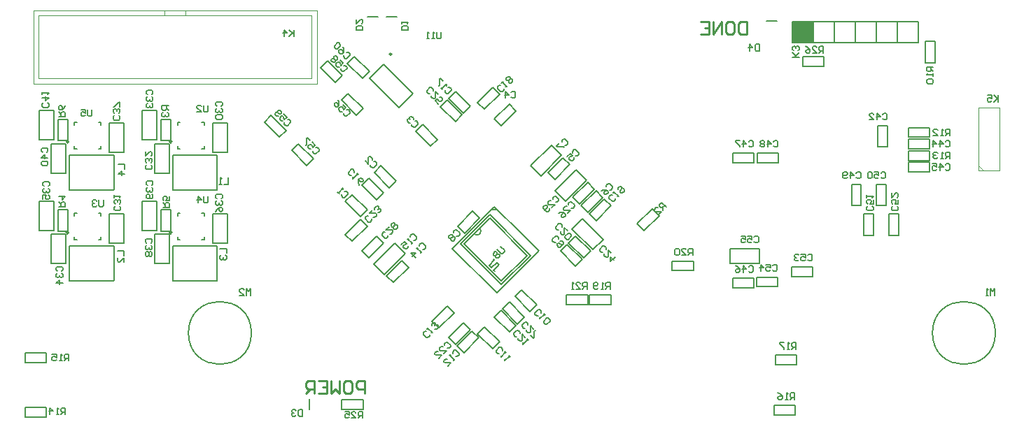
<source format=gbo>
%FSLAX44Y44*%
%MOMM*%
G71*
G01*
G75*
G04 Layer_Color=32896*
%ADD10O,1.0000X0.3000*%
%ADD11O,0.3000X1.9000*%
%ADD12P,1.0776X4X180.0*%
%ADD13P,1.0776X4X90.0*%
G04:AMPARAMS|DCode=14|XSize=0.35mm|YSize=1.8mm|CornerRadius=0mm|HoleSize=0mm|Usage=FLASHONLY|Rotation=225.000|XOffset=0mm|YOffset=0mm|HoleType=Round|Shape=Round|*
%AMOVALD14*
21,1,1.4500,0.3500,0.0000,0.0000,315.0*
1,1,0.3500,-0.5127,0.5127*
1,1,0.3500,0.5127,-0.5127*
%
%ADD14OVALD14*%

G04:AMPARAMS|DCode=15|XSize=0.3mm|YSize=1.8mm|CornerRadius=0mm|HoleSize=0mm|Usage=FLASHONLY|Rotation=45.000|XOffset=0mm|YOffset=0mm|HoleType=Round|Shape=Round|*
%AMOVALD15*
21,1,1.5000,0.3000,0.0000,0.0000,135.0*
1,1,0.3000,0.5303,-0.5303*
1,1,0.3000,-0.5303,0.5303*
%
%ADD15OVALD15*%

G04:AMPARAMS|DCode=16|XSize=0.3mm|YSize=1.8mm|CornerRadius=0mm|HoleSize=0mm|Usage=FLASHONLY|Rotation=135.000|XOffset=0mm|YOffset=0mm|HoleType=Round|Shape=Round|*
%AMOVALD16*
21,1,1.5000,0.3000,0.0000,0.0000,225.0*
1,1,0.3000,0.5303,0.5303*
1,1,0.3000,-0.5303,-0.5303*
%
%ADD16OVALD16*%

%ADD17R,0.7620X0.7620*%
%ADD18O,1.7000X0.3500*%
%ADD19C,0.2000*%
%ADD20C,0.3000*%
%ADD21R,2.0555X2.7112*%
%ADD22R,2.1110X2.7620*%
%ADD23R,2.4665X2.5737*%
%ADD24R,2.1650X2.4540*%
%ADD25C,1.7780*%
%ADD26R,1.7780X1.7780*%
%ADD27C,6.3500*%
%ADD28C,1.5240*%
%ADD29R,1.5240X1.5240*%
%ADD30R,1.7780X1.7780*%
%ADD31C,0.5000*%
%ADD32C,0.6600*%
%ADD33C,1.0160*%
%ADD34C,2.0320*%
G04:AMPARAMS|DCode=35|XSize=2.54mm|YSize=2.54mm|CornerRadius=0mm|HoleSize=0mm|Usage=FLASHONLY|Rotation=0.000|XOffset=0mm|YOffset=0mm|HoleType=Round|Shape=Relief|Width=0.254mm|Gap=0.254mm|Entries=4|*
%AMTHD35*
7,0,0,2.5400,2.0320,0.2540,45*
%
%ADD35THD35*%
%ADD36C,4.1160*%
%ADD37C,1.3160*%
G04:AMPARAMS|DCode=38|XSize=1.824mm|YSize=1.824mm|CornerRadius=0mm|HoleSize=0mm|Usage=FLASHONLY|Rotation=0.000|XOffset=0mm|YOffset=0mm|HoleType=Round|Shape=Relief|Width=0.254mm|Gap=0.254mm|Entries=4|*
%AMTHD38*
7,0,0,1.8240,1.3160,0.2540,45*
%
%ADD38THD38*%
G04:AMPARAMS|DCode=39|XSize=1.854mm|YSize=1.854mm|CornerRadius=0mm|HoleSize=0mm|Usage=FLASHONLY|Rotation=0.000|XOffset=0mm|YOffset=0mm|HoleType=Round|Shape=Relief|Width=0.254mm|Gap=0.254mm|Entries=4|*
%AMTHD39*
7,0,0,1.8540,1.3460,0.2540,45*
%
%ADD39THD39*%
%ADD40C,1.3460*%
%ADD41R,1.3000X1.5000*%
%ADD42R,0.7620X0.7620*%
%ADD43R,1.0160X1.2700*%
%ADD44R,1.6000X1.6000*%
%ADD45O,0.3000X0.8000*%
%ADD46O,0.8000X0.3000*%
%ADD47R,1.2700X1.0160*%
G04:AMPARAMS|DCode=48|XSize=1.016mm|YSize=1.27mm|CornerRadius=0mm|HoleSize=0mm|Usage=FLASHONLY|Rotation=45.000|XOffset=0mm|YOffset=0mm|HoleType=Round|Shape=Rectangle|*
%AMROTATEDRECTD48*
4,1,4,0.0898,-0.8082,-0.8082,0.0898,-0.0898,0.8082,0.8082,-0.0898,0.0898,-0.8082,0.0*
%
%ADD48ROTATEDRECTD48*%

G04:AMPARAMS|DCode=49|XSize=1.016mm|YSize=1.27mm|CornerRadius=0mm|HoleSize=0mm|Usage=FLASHONLY|Rotation=135.000|XOffset=0mm|YOffset=0mm|HoleType=Round|Shape=Rectangle|*
%AMROTATEDRECTD49*
4,1,4,0.8082,0.0898,-0.0898,-0.8082,-0.8082,-0.0898,0.0898,0.8082,0.8082,0.0898,0.0*
%
%ADD49ROTATEDRECTD49*%

%ADD50R,1.6500X2.3000*%
G04:AMPARAMS|DCode=51|XSize=1.3mm|YSize=2mm|CornerRadius=0mm|HoleSize=0mm|Usage=FLASHONLY|Rotation=315.000|XOffset=0mm|YOffset=0mm|HoleType=Round|Shape=Round|*
%AMOVALD51*
21,1,0.7000,1.3000,0.0000,0.0000,45.0*
1,1,1.3000,-0.2475,-0.2475*
1,1,1.3000,0.2475,0.2475*
%
%ADD51OVALD51*%

G04:AMPARAMS|DCode=52|XSize=1.3mm|YSize=2mm|CornerRadius=0mm|HoleSize=0mm|Usage=FLASHONLY|Rotation=315.000|XOffset=0mm|YOffset=0mm|HoleType=Round|Shape=Rectangle|*
%AMROTATEDRECTD52*
4,1,4,-1.1667,-0.2475,0.2475,1.1667,1.1667,0.2475,-0.2475,-1.1667,-1.1667,-0.2475,0.0*
%
%ADD52ROTATEDRECTD52*%

%ADD53R,1.5000X1.3000*%
G04:AMPARAMS|DCode=54|XSize=0.7mm|YSize=2.1mm|CornerRadius=0mm|HoleSize=0mm|Usage=FLASHONLY|Rotation=135.000|XOffset=0mm|YOffset=0mm|HoleType=Round|Shape=Round|*
%AMOVALD54*
21,1,1.4000,0.7000,0.0000,0.0000,225.0*
1,1,0.7000,0.4950,0.4950*
1,1,0.7000,-0.4950,-0.4950*
%
%ADD54OVALD54*%

%ADD55C,0.4000*%
%ADD56C,2.0000*%
%ADD57C,0.2500*%
%ADD58C,0.6000*%
%ADD59C,0.1270*%
%ADD60C,0.2540*%
%ADD61C,0.1500*%
%ADD62C,0.5000*%
%ADD63O,1.2032X0.5032*%
%ADD64O,0.5032X2.1032*%
%ADD65P,1.3650X4X180.0*%
%ADD66P,1.3650X4X90.0*%
G04:AMPARAMS|DCode=67|XSize=0.5532mm|YSize=2.0032mm|CornerRadius=0mm|HoleSize=0mm|Usage=FLASHONLY|Rotation=225.000|XOffset=0mm|YOffset=0mm|HoleType=Round|Shape=Round|*
%AMOVALD67*
21,1,1.4500,0.5532,0.0000,0.0000,315.0*
1,1,0.5532,-0.5127,0.5127*
1,1,0.5532,0.5127,-0.5127*
%
%ADD67OVALD67*%

G04:AMPARAMS|DCode=68|XSize=0.5032mm|YSize=2.0032mm|CornerRadius=0mm|HoleSize=0mm|Usage=FLASHONLY|Rotation=45.000|XOffset=0mm|YOffset=0mm|HoleType=Round|Shape=Round|*
%AMOVALD68*
21,1,1.5000,0.5032,0.0000,0.0000,135.0*
1,1,0.5032,0.5303,-0.5303*
1,1,0.5032,-0.5303,0.5303*
%
%ADD68OVALD68*%

G04:AMPARAMS|DCode=69|XSize=0.5032mm|YSize=2.0032mm|CornerRadius=0mm|HoleSize=0mm|Usage=FLASHONLY|Rotation=135.000|XOffset=0mm|YOffset=0mm|HoleType=Round|Shape=Round|*
%AMOVALD69*
21,1,1.5000,0.5032,0.0000,0.0000,225.0*
1,1,0.5032,0.5303,0.5303*
1,1,0.5032,-0.5303,-0.5303*
%
%ADD69OVALD69*%

%ADD70R,0.9652X0.9652*%
%ADD71O,1.9032X0.5532*%
%ADD72C,1.9812*%
%ADD73R,1.9812X1.9812*%
%ADD74C,6.5532*%
%ADD75C,1.7272*%
%ADD76R,1.7272X1.7272*%
%ADD77R,1.9812X1.9812*%
%ADD78R,1.5032X1.7032*%
%ADD79R,0.9652X0.9652*%
%ADD80R,1.2192X1.4732*%
%ADD81R,1.8032X1.8032*%
%ADD82O,0.5032X1.0032*%
%ADD83O,1.0032X0.5032*%
%ADD84R,1.4732X1.2192*%
G04:AMPARAMS|DCode=85|XSize=1.2192mm|YSize=1.4732mm|CornerRadius=0mm|HoleSize=0mm|Usage=FLASHONLY|Rotation=45.000|XOffset=0mm|YOffset=0mm|HoleType=Round|Shape=Rectangle|*
%AMROTATEDRECTD85*
4,1,4,0.0898,-0.9519,-0.9519,0.0898,-0.0898,0.9519,0.9519,-0.0898,0.0898,-0.9519,0.0*
%
%ADD85ROTATEDRECTD85*%

G04:AMPARAMS|DCode=86|XSize=1.2192mm|YSize=1.4732mm|CornerRadius=0mm|HoleSize=0mm|Usage=FLASHONLY|Rotation=135.000|XOffset=0mm|YOffset=0mm|HoleType=Round|Shape=Rectangle|*
%AMROTATEDRECTD86*
4,1,4,0.9519,0.0898,-0.0898,-0.9519,-0.9519,-0.0898,0.0898,0.9519,0.9519,0.0898,0.0*
%
%ADD86ROTATEDRECTD86*%

%ADD87R,1.8532X2.5032*%
G04:AMPARAMS|DCode=88|XSize=1.5032mm|YSize=2.2032mm|CornerRadius=0mm|HoleSize=0mm|Usage=FLASHONLY|Rotation=315.000|XOffset=0mm|YOffset=0mm|HoleType=Round|Shape=Round|*
%AMOVALD88*
21,1,0.7000,1.5032,0.0000,0.0000,45.0*
1,1,1.5032,-0.2475,-0.2475*
1,1,1.5032,0.2475,0.2475*
%
%ADD88OVALD88*%

G04:AMPARAMS|DCode=89|XSize=1.5032mm|YSize=2.2032mm|CornerRadius=0mm|HoleSize=0mm|Usage=FLASHONLY|Rotation=315.000|XOffset=0mm|YOffset=0mm|HoleType=Round|Shape=Rectangle|*
%AMROTATEDRECTD89*
4,1,4,-1.3104,-0.2475,0.2475,1.3104,1.3104,0.2475,-0.2475,-1.3104,-1.3104,-0.2475,0.0*
%
%ADD89ROTATEDRECTD89*%

%ADD90R,1.7032X1.5032*%
G04:AMPARAMS|DCode=91|XSize=0.9032mm|YSize=2.3032mm|CornerRadius=0mm|HoleSize=0mm|Usage=FLASHONLY|Rotation=135.000|XOffset=0mm|YOffset=0mm|HoleType=Round|Shape=Round|*
%AMOVALD91*
21,1,1.4000,0.9032,0.0000,0.0000,225.0*
1,1,0.9032,0.4950,0.4950*
1,1,0.9032,-0.4950,-0.4950*
%
%ADD91OVALD91*%

%ADD92C,0.1016*%
%ADD93C,0.2032*%
%ADD94C,0.1981*%
%ADD95R,2.5303X2.5400*%
D19*
X398366Y17738D02*
Y30738D01*
X239000Y224000D02*
Y227000D01*
Y224000D02*
X242000D01*
X239000Y253000D02*
Y256000D01*
X242000D01*
X271000Y253000D02*
Y256000D01*
X268000D02*
X271000D01*
Y224000D02*
Y227000D01*
X268000Y224000D02*
X271000D01*
X239000Y334000D02*
Y337000D01*
Y334000D02*
X242000D01*
X239000Y363000D02*
Y366000D01*
X242000D01*
X271000Y363000D02*
Y366000D01*
X268000D02*
X271000D01*
Y334000D02*
Y337000D01*
X268000Y334000D02*
X271000D01*
X114000D02*
Y337000D01*
Y334000D02*
X117000D01*
X114000Y363000D02*
Y366000D01*
X117000D01*
X146000Y363000D02*
Y366000D01*
X143000D02*
X146000D01*
Y334000D02*
Y337000D01*
X143000Y334000D02*
X146000D01*
X114000Y224000D02*
Y227000D01*
Y224000D02*
X117000D01*
X114000Y253000D02*
Y256000D01*
X117000D01*
X146000Y253000D02*
Y256000D01*
X143000D02*
X146000D01*
Y224000D02*
Y227000D01*
X143000Y224000D02*
X146000D01*
X468500Y494000D02*
X481500D01*
X491000D02*
X504000D01*
X506692Y383837D02*
X523663Y400808D01*
X471337Y419192D02*
X488308Y436163D01*
X471337Y419192D02*
X506692Y383837D01*
X488308Y436163D02*
X523663Y400808D01*
X951000Y489000D02*
X964000D01*
D57*
X231750Y232500D02*
G03*
X231750Y232500I-1250J0D01*
G01*
Y342500D02*
G03*
X231750Y342500I-1250J0D01*
G01*
X106750D02*
G03*
X106750Y342500I-1250J0D01*
G01*
X106750Y232500D02*
G03*
X106750Y232500I-1250J0D01*
G01*
X497654Y448573D02*
G03*
X497654Y448573I-1250J0D01*
G01*
D59*
X328100Y110800D02*
G03*
X328100Y110800I-38100J0D01*
G01*
X1228100Y110800D02*
G03*
X1228100Y110800I-38100J0D01*
G01*
X597251Y230737D02*
G03*
X604322Y237808I3535J3535D01*
G01*
X437554Y30080D02*
X463208D01*
X437554Y18396D02*
X463208D01*
X437554D02*
Y30080D01*
X463208Y18396D02*
Y30080D01*
X452622Y445640D02*
X470762Y427500D01*
X444360Y437378D02*
X462500Y419238D01*
X444360Y437378D02*
X452622Y445640D01*
X462500Y419238D02*
X470762Y427500D01*
X1069158Y229158D02*
X1080842D01*
X1069158Y254812D02*
X1080842D01*
X1069158Y229158D02*
Y254812D01*
X1080842Y229158D02*
Y254812D01*
X1099158Y229158D02*
X1110842D01*
X1099158Y254812D02*
X1110842D01*
X1099158Y229158D02*
Y254812D01*
X1110842Y229158D02*
Y254812D01*
X995188Y445842D02*
X1020842D01*
X995188Y434158D02*
X1020842D01*
X995188D02*
Y445842D01*
X1020842Y434158D02*
Y445842D01*
X709158Y145158D02*
X734812D01*
X709158Y156842D02*
X734812D01*
Y145158D02*
Y156842D01*
X709158Y145158D02*
Y156842D01*
X837158Y186158D02*
X862812D01*
X837158Y197842D02*
X862812D01*
Y186158D02*
Y197842D01*
X837158Y186158D02*
Y197842D01*
X737188Y156842D02*
X762842D01*
X737188Y145158D02*
X762842D01*
X737188D02*
Y156842D01*
X762842Y145158D02*
Y156842D01*
X942400Y212890D02*
X942400Y195110D01*
X906840Y195110D02*
Y212890D01*
Y195110D02*
X942400Y195110D01*
X906840Y212890D02*
X942400Y212890D01*
X939158Y166658D02*
Y178342D01*
X964812Y166658D02*
Y178342D01*
X939158D02*
X964812D01*
X939158Y166658D02*
X964812D01*
X981658Y179158D02*
Y190842D01*
X1007312Y179158D02*
Y190842D01*
X981658D02*
X1007312D01*
X981658Y179158D02*
X1007312D01*
X1084158Y290842D02*
X1095842D01*
X1084158Y265188D02*
X1095842D01*
Y290842D01*
X1084158Y265188D02*
Y290842D01*
X1054158D02*
X1065842D01*
X1054158Y265188D02*
X1065842D01*
Y290842D01*
X1054158Y265188D02*
Y290842D01*
X965842Y317158D02*
Y328842D01*
X940188Y317158D02*
Y328842D01*
Y317158D02*
X965842D01*
X940188Y328842D02*
X965842D01*
X935842Y317158D02*
Y328842D01*
X910188Y317158D02*
Y328842D01*
Y317158D02*
X935842D01*
X910188Y328842D02*
X935842D01*
X910158Y165158D02*
Y176842D01*
X935812Y165158D02*
Y176842D01*
X910158D02*
X935812D01*
X910158Y165158D02*
X935812D01*
X962158Y72158D02*
X987812D01*
X962158Y83842D02*
X987812D01*
Y72158D02*
Y83842D01*
X962158Y72158D02*
Y83842D01*
X960158Y11158D02*
X985812D01*
X960158Y22842D02*
X985812D01*
Y11158D02*
Y22842D01*
X960158Y11158D02*
Y22842D01*
X1086158Y361842D02*
X1097842D01*
X1086158Y336188D02*
X1097842D01*
Y361842D01*
X1086158Y336188D02*
Y361842D01*
X736860Y255122D02*
X755000Y273262D01*
X745122Y246860D02*
X763262Y265000D01*
X736860Y255122D02*
X745122Y246860D01*
X755000Y273262D02*
X763262Y265000D01*
X630122Y138140D02*
X648262Y120000D01*
X621860Y129878D02*
X640000Y111738D01*
X621860Y129878D02*
X630122Y138140D01*
X640000Y111738D02*
X648262Y120000D01*
X555000Y116738D02*
X573140Y134878D01*
X546738Y125000D02*
X564878Y143140D01*
X573140Y134878D01*
X546738Y125000D02*
X555000Y116738D01*
X720122Y228140D02*
X738262Y210000D01*
X711860Y219878D02*
X730000Y201738D01*
X711860Y219878D02*
X720122Y228140D01*
X730000Y201738D02*
X738262Y210000D01*
X450000Y221738D02*
X468140Y239878D01*
X441738Y230000D02*
X459878Y248140D01*
X468140Y239878D01*
X441738Y230000D02*
X450000Y221738D01*
X716860Y275122D02*
X735000Y293262D01*
X725122Y266860D02*
X743262Y285000D01*
X716860Y275122D02*
X725122Y266860D01*
X735000Y293262D02*
X743262Y285000D01*
X461738Y290000D02*
X470000Y298262D01*
X479878Y271860D02*
X488140Y280122D01*
X470000Y298262D02*
X488140Y280122D01*
X461738Y290000D02*
X479878Y271860D01*
X640122Y148140D02*
X658262Y130000D01*
X631860Y139878D02*
X650000Y121738D01*
X631860Y139878D02*
X640122Y148140D01*
X650000Y121738D02*
X658262Y130000D01*
X156110Y255400D02*
X173890Y255400D01*
X156110Y219840D02*
X173890D01*
X173890Y255400D01*
X156110Y219840D02*
X156110Y255400D01*
X86110Y194600D02*
X103890Y194600D01*
X86110Y230160D02*
X103890D01*
X86110Y194600D02*
X86110Y230160D01*
X103890Y194600D02*
X103890Y230160D01*
X86110Y304600D02*
X103890Y304600D01*
X86110Y340160D02*
X103890D01*
X86110Y304600D02*
X86110Y340160D01*
X103890Y304600D02*
X103890Y340160D01*
X281110Y255400D02*
X298890Y255400D01*
X281110Y219840D02*
X298890D01*
X298890Y255400D01*
X281110Y219840D02*
X281110Y255400D01*
X211110Y304600D02*
X228890Y304600D01*
X211110Y340160D02*
X228890D01*
X211110Y304600D02*
X211110Y340160D01*
X228890Y304600D02*
X228890Y340160D01*
X196110Y344600D02*
X213890Y344600D01*
X196110Y380160D02*
X213890D01*
X196110Y344600D02*
X196110Y380160D01*
X213890Y344600D02*
X213890Y380160D01*
X501674Y219247D02*
X514247Y206674D01*
X476530Y194102D02*
X489102Y181530D01*
X514247Y206674D01*
X476530Y194102D02*
X501674Y219247D01*
X556738Y385000D02*
X574878Y366860D01*
X565000Y393262D02*
X583140Y375122D01*
X574878Y366860D02*
X583140Y375122D01*
X556738Y385000D02*
X565000Y393262D01*
X695753Y283326D02*
X708326Y270753D01*
X720898Y308470D02*
X733470Y295898D01*
X695753Y283326D02*
X720898Y308470D01*
X708326Y270753D02*
X733470Y295898D01*
X156110Y365400D02*
X173890Y365400D01*
X156110Y329840D02*
X173890D01*
X173890Y365400D01*
X156110Y329840D02*
X156110Y365400D01*
X211110Y194600D02*
X228890Y194600D01*
X211110Y230160D02*
X228890D01*
X211110Y194600D02*
X211110Y230160D01*
X228890Y194600D02*
X228890Y230160D01*
X281110Y365400D02*
X298890Y365400D01*
X281110Y329840D02*
X298890D01*
X298890Y365400D01*
X281110Y329840D02*
X281110Y365400D01*
X715753Y236674D02*
X728326Y249247D01*
X740898Y211530D02*
X753470Y224102D01*
X728326Y249247D02*
X753470Y224102D01*
X715753Y236674D02*
X740898Y211530D01*
X566738Y395000D02*
X584878Y376860D01*
X575000Y403262D02*
X593140Y385122D01*
X584878Y376860D02*
X593140Y385122D01*
X566738Y395000D02*
X575000Y403262D01*
X491738Y180000D02*
X500000Y171738D01*
X509878Y198140D02*
X518140Y189878D01*
X491738Y180000D02*
X509878Y198140D01*
X500000Y171738D02*
X518140Y189878D01*
X461738Y210000D02*
X470000Y201738D01*
X479878Y228140D02*
X488140Y219878D01*
X461738Y210000D02*
X479878Y228140D01*
X470000Y201738D02*
X488140Y219878D01*
X601860Y390122D02*
X620000Y408262D01*
X610122Y381860D02*
X628262Y400000D01*
X601860Y390122D02*
X610122Y381860D01*
X620000Y408262D02*
X628262Y400000D01*
X575000Y96738D02*
X593140Y114878D01*
X566738Y105000D02*
X584878Y123140D01*
X593140Y114878D01*
X566738Y105000D02*
X575000Y96738D01*
X196110Y234600D02*
X213890Y234600D01*
X196110Y270160D02*
X213890D01*
X196110Y234600D02*
X196110Y270160D01*
X213890Y234600D02*
X213890Y270160D01*
X71110Y234600D02*
X88890Y234600D01*
X71110Y270160D02*
X88890D01*
X71110Y234600D02*
X71110Y270160D01*
X88890Y234600D02*
X88890Y270160D01*
X640000Y388262D02*
X648262Y380000D01*
X621860Y370122D02*
X630122Y361860D01*
X648262Y380000D01*
X621860Y370122D02*
X640000Y388262D01*
X71110Y344600D02*
X88890Y344600D01*
X71110Y380160D02*
X88890D01*
X71110Y344600D02*
X71110Y380160D01*
X88890Y344600D02*
X88890Y380160D01*
X94158Y344158D02*
X105842D01*
X94158Y369812D02*
X105842D01*
X94158Y344158D02*
Y369812D01*
X105842Y344158D02*
Y369812D01*
X94158Y234158D02*
X105842D01*
X94158Y259812D02*
X105842D01*
X94158Y234158D02*
Y259812D01*
X105842Y234158D02*
Y259812D01*
X219158Y234158D02*
X230842D01*
X219158Y259812D02*
X230842D01*
X219158Y234158D02*
Y259812D01*
X230842Y234158D02*
Y259812D01*
X219158Y344158D02*
X230842D01*
X219158Y369812D02*
X230842D01*
X219158Y344158D02*
Y369812D01*
X230842Y344158D02*
Y369812D01*
X385122Y340140D02*
X403262Y322000D01*
X376860Y331878D02*
X395000Y313738D01*
X376860Y331878D02*
X385122Y340140D01*
X395000Y313738D02*
X403262Y322000D01*
X343738Y366000D02*
X361878Y347860D01*
X352000Y374262D02*
X370140Y356122D01*
X361878Y347860D02*
X370140Y356122D01*
X343738Y366000D02*
X352000Y374262D01*
X445122Y401140D02*
X463262Y383000D01*
X436860Y392878D02*
X455000Y374738D01*
X436860Y392878D02*
X445122Y401140D01*
X455000Y374738D02*
X463262Y383000D01*
X411738Y432500D02*
X429878Y414360D01*
X420000Y440762D02*
X438140Y422622D01*
X429878Y414360D02*
X438140Y422622D01*
X411738Y432500D02*
X420000Y440762D01*
X441738Y270000D02*
X450000Y278262D01*
X459878Y251860D02*
X468140Y260122D01*
X450000Y278262D02*
X468140Y260122D01*
X441738Y270000D02*
X459878Y251860D01*
X476738Y305000D02*
X485000Y313262D01*
X494878Y286860D02*
X503140Y295122D01*
X485000Y313262D02*
X503140Y295122D01*
X476738Y305000D02*
X494878Y286860D01*
X54158Y9158D02*
X79812D01*
X54158Y20842D02*
X79812D01*
Y9158D02*
Y20842D01*
X54158Y9158D02*
Y20842D01*
Y75158D02*
X79812D01*
X54158Y86842D02*
X79812D01*
Y75158D02*
Y86842D01*
X54158Y75158D02*
Y86842D01*
X576738Y95000D02*
X585000Y86738D01*
X594878Y113140D02*
X603140Y104878D01*
X576738Y95000D02*
X594878Y113140D01*
X585000Y86738D02*
X603140Y104878D01*
X620000Y91738D02*
X628262Y100000D01*
X601860Y109878D02*
X610122Y118140D01*
X601860Y109878D02*
X620000Y91738D01*
X610122Y118140D02*
X628262Y100000D01*
X665000Y136738D02*
X673262Y145000D01*
X646860Y154878D02*
X655122Y163140D01*
X646860Y154878D02*
X665000Y136738D01*
X655122Y163140D02*
X673262Y145000D01*
X625536Y260435D02*
X626243Y259728D01*
X618465Y260435D02*
X625536D01*
X618465D02*
X619879Y261849D01*
X571088Y213059D02*
X622000Y263971D01*
X655234Y230737D01*
X675740Y210230D01*
X624828Y159319D02*
X675740Y210230D01*
X571088Y213059D02*
X624828Y159319D01*
X621293Y186896D02*
X622707Y185482D01*
X621293Y186896D02*
X627657Y193260D01*
X624828Y196088D02*
X627657Y193260D01*
X618464Y189724D02*
X624828Y196088D01*
X615636Y192553D02*
X618464Y189724D01*
X615636Y192553D02*
X622000Y198917D01*
X620586Y200331D02*
X622000Y198917D01*
X616343Y254071D02*
X665841Y204574D01*
X630485Y169218D02*
X665841Y204574D01*
X580988Y218716D02*
X630485Y169218D01*
X580988Y218716D02*
X616343Y254071D01*
Y249828D02*
X661598Y204574D01*
X630485Y173461D02*
X661598Y204574D01*
X585230Y218716D02*
X630485Y173461D01*
X585230Y218716D02*
X616343Y249828D01*
X577738Y240000D02*
X586000Y231738D01*
X595878Y258140D02*
X604140Y249878D01*
X577738Y240000D02*
X595878Y258140D01*
X586000Y231738D02*
X604140Y249878D01*
X720000Y191738D02*
X728262Y200000D01*
X701860Y209878D02*
X710122Y218140D01*
X701860Y209878D02*
X720000Y191738D01*
X710122Y218140D02*
X728262Y200000D01*
X745000Y283262D02*
X753262Y275000D01*
X726860Y265122D02*
X735122Y256860D01*
X753262Y275000D01*
X726860Y265122D02*
X745000Y283262D01*
X705000Y323262D02*
X713262Y315000D01*
X686860Y305122D02*
X695122Y296860D01*
X713262Y315000D01*
X686860Y305122D02*
X705000Y323262D01*
X678326Y300753D02*
X703470Y325898D01*
X665753Y313326D02*
X690898Y338470D01*
X703470Y325898D01*
X665753Y313326D02*
X678326Y300753D01*
X526738Y355000D02*
X535000Y363262D01*
X544878Y336860D02*
X553140Y345122D01*
X535000Y363262D02*
X553140Y345122D01*
X526738Y355000D02*
X544878Y336860D01*
X794860Y243122D02*
X813000Y261262D01*
X803122Y234860D02*
X821262Y253000D01*
X794860Y243122D02*
X803122Y234860D01*
X813000Y261262D02*
X821262Y253000D01*
X1148478Y333888D02*
X1148478Y345572D01*
X1122824Y345572D02*
X1122824Y333888D01*
X1148478D01*
X1122824Y345572D02*
X1148478Y345572D01*
X1122794Y319888D02*
Y331572D01*
X1148448Y319888D02*
Y331572D01*
X1122794D02*
X1148448D01*
X1122794Y319888D02*
X1148448D01*
X1122794Y317572D02*
X1122794Y305888D01*
X1148448Y305888D02*
Y317572D01*
X1122794D02*
X1148448D01*
X1122794Y305888D02*
X1148448Y305888D01*
X1148478Y347888D02*
Y359572D01*
X1122824Y347888D02*
Y359572D01*
Y347888D02*
X1148478Y347888D01*
X1122824Y359572D02*
X1148478Y359572D01*
X1143158Y438188D02*
Y463842D01*
X1154842Y438188D02*
Y463842D01*
X1143158Y438188D02*
X1154842D01*
X1143158Y463842D02*
X1154842D01*
D60*
X927500Y487735D02*
Y472500D01*
X919883D01*
X917343Y475039D01*
Y485196D01*
X919883Y487735D01*
X927500D01*
X904647D02*
X909726D01*
X912265Y485196D01*
Y475039D01*
X909726Y472500D01*
X904647D01*
X902108Y475039D01*
Y485196D01*
X904647Y487735D01*
X897030Y472500D02*
Y487735D01*
X886873Y472500D01*
Y487735D01*
X871638D02*
X881795D01*
Y472500D01*
X871638D01*
X881795Y480117D02*
X876716D01*
X465000Y37500D02*
Y52735D01*
X457383D01*
X454843Y50196D01*
Y45118D01*
X457383Y42578D01*
X465000D01*
X442147Y52735D02*
X447226D01*
X449765Y50196D01*
Y40039D01*
X447226Y37500D01*
X442147D01*
X439608Y40039D01*
Y50196D01*
X442147Y52735D01*
X434530D02*
Y37500D01*
X429451Y42578D01*
X424373Y37500D01*
Y52735D01*
X409138D02*
X419295D01*
Y37500D01*
X409138D01*
X419295Y45118D02*
X414216D01*
X404060Y37500D02*
Y52735D01*
X396442D01*
X393903Y50196D01*
Y45118D01*
X396442Y42578D01*
X404060D01*
X398981D02*
X393903Y37500D01*
D61*
X390000Y17997D02*
Y10000D01*
X386001D01*
X384668Y11333D01*
Y16665D01*
X386001Y17997D01*
X390000D01*
X382003Y16665D02*
X380670Y17997D01*
X378004D01*
X376671Y16665D01*
Y15332D01*
X378004Y13999D01*
X379337D01*
X378004D01*
X376671Y12666D01*
Y11333D01*
X378004Y10000D01*
X380670D01*
X382003Y11333D01*
X462500Y7500D02*
Y15497D01*
X458501D01*
X457168Y14165D01*
Y11499D01*
X458501Y10166D01*
X462500D01*
X459834D02*
X457168Y7500D01*
X449171D02*
X454503D01*
X449171Y12832D01*
Y14165D01*
X450504Y15497D01*
X453170D01*
X454503Y14165D01*
X441174Y15497D02*
X446505D01*
Y11499D01*
X443839Y12832D01*
X442506D01*
X441174Y11499D01*
Y8833D01*
X442506Y7500D01*
X445172D01*
X446505Y8833D01*
X443442Y450983D02*
X445327D01*
X447212Y449098D01*
X447212Y447212D01*
X443442Y443442D01*
X441558D01*
X439673Y445327D01*
X439673Y447212D01*
X438730Y457580D02*
X439673Y454753D01*
Y450983D01*
X437788Y449098D01*
X435902D01*
X434017Y450983D01*
X434017Y452868D01*
X434960Y453810D01*
X436845Y453810D01*
X439673Y450983D01*
X435902Y458523D02*
X435902Y460408D01*
X434017Y462293D01*
X432132D01*
X428362Y458523D01*
X428362Y456638D01*
X430247Y454753D01*
X432132D01*
X435902Y458523D01*
X1079165Y264332D02*
X1080497Y262999D01*
Y260333D01*
X1079165Y259000D01*
X1073833D01*
X1072500Y260333D01*
Y262999D01*
X1073833Y264332D01*
X1080497Y272329D02*
Y266997D01*
X1076499D01*
X1077832Y269663D01*
Y270996D01*
X1076499Y272329D01*
X1073833D01*
X1072500Y270996D01*
Y268330D01*
X1073833Y266997D01*
X1072500Y274995D02*
Y277661D01*
Y276328D01*
X1080497D01*
X1079165Y274995D01*
X1109165Y264332D02*
X1110497Y262999D01*
Y260333D01*
X1109165Y259000D01*
X1103833D01*
X1102500Y260333D01*
Y262999D01*
X1103833Y264332D01*
X1110497Y272329D02*
Y266997D01*
X1106499D01*
X1107832Y269663D01*
Y270996D01*
X1106499Y272329D01*
X1103833D01*
X1102500Y270996D01*
Y268330D01*
X1103833Y266997D01*
X1102500Y280326D02*
Y274995D01*
X1107832Y280326D01*
X1109165D01*
X1110497Y278993D01*
Y276328D01*
X1109165Y274995D01*
X1020000Y450000D02*
Y457997D01*
X1016001D01*
X1014668Y456665D01*
Y453999D01*
X1016001Y452666D01*
X1020000D01*
X1017334D02*
X1014668Y450000D01*
X1006671D02*
X1012003D01*
X1006671Y455332D01*
Y456665D01*
X1008004Y457997D01*
X1010670D01*
X1012003Y456665D01*
X998673Y457997D02*
X1001339Y456665D01*
X1004005Y453999D01*
Y451333D01*
X1002672Y450000D01*
X1000006D01*
X998673Y451333D01*
Y452666D01*
X1000006Y453999D01*
X1004005D01*
X734060Y164084D02*
Y172081D01*
X730061D01*
X728728Y170749D01*
Y168083D01*
X730061Y166750D01*
X734060D01*
X731394D02*
X728728Y164084D01*
X720731D02*
X726063D01*
X720731Y169416D01*
Y170749D01*
X722064Y172081D01*
X724730D01*
X726063Y170749D01*
X718065Y164084D02*
X715399D01*
X716732D01*
Y172081D01*
X718065Y170749D01*
X861822Y204978D02*
Y212975D01*
X857823D01*
X856490Y211642D01*
Y208977D01*
X857823Y207644D01*
X861822D01*
X859156D02*
X856490Y204978D01*
X848493D02*
X853825D01*
X848493Y210310D01*
Y211642D01*
X849826Y212975D01*
X852492D01*
X853825Y211642D01*
X845827D02*
X844494Y212975D01*
X841828D01*
X840496Y211642D01*
Y206311D01*
X841828Y204978D01*
X844494D01*
X845827Y206311D01*
Y211642D01*
X762000Y164084D02*
Y172081D01*
X758001D01*
X756668Y170749D01*
Y168083D01*
X758001Y166750D01*
X762000D01*
X759334D02*
X756668Y164084D01*
X754003D02*
X751337D01*
X752670D01*
Y172081D01*
X754003Y170749D01*
X747338Y165417D02*
X746005Y164084D01*
X743339D01*
X742006Y165417D01*
Y170749D01*
X743339Y172081D01*
X746005D01*
X747338Y170749D01*
Y169416D01*
X746005Y168083D01*
X742006D01*
X1231646Y398649D02*
Y390652D01*
Y393318D01*
X1226314Y398649D01*
X1230313Y394651D01*
X1226314Y390652D01*
X1218317Y398649D02*
X1223649D01*
Y394651D01*
X1220983Y395984D01*
X1219650D01*
X1218317Y394651D01*
Y391985D01*
X1219650Y390652D01*
X1222316D01*
X1223649Y391985D01*
X936246Y226882D02*
X937579Y228215D01*
X940245D01*
X941578Y226882D01*
Y221551D01*
X940245Y220218D01*
X937579D01*
X936246Y221551D01*
X928249Y228215D02*
X933581D01*
Y224217D01*
X930915Y225550D01*
X929582D01*
X928249Y224217D01*
Y221551D01*
X929582Y220218D01*
X932248D01*
X933581Y221551D01*
X920252Y228215D02*
X925583D01*
Y224217D01*
X922917Y225550D01*
X921584D01*
X920252Y224217D01*
Y221551D01*
X921584Y220218D01*
X924250D01*
X925583Y221551D01*
X958598Y192339D02*
X959931Y193671D01*
X962597D01*
X963930Y192339D01*
Y187007D01*
X962597Y185674D01*
X959931D01*
X958598Y187007D01*
X950601Y193671D02*
X955933D01*
Y189673D01*
X953267Y191006D01*
X951934D01*
X950601Y189673D01*
Y187007D01*
X951934Y185674D01*
X954600D01*
X955933Y187007D01*
X943936Y185674D02*
Y193671D01*
X947935Y189673D01*
X942604D01*
X1001016Y204785D02*
X1002349Y206117D01*
X1005015D01*
X1006348Y204785D01*
Y199453D01*
X1005015Y198120D01*
X1002349D01*
X1001016Y199453D01*
X993019Y206117D02*
X998351D01*
Y202119D01*
X995685Y203452D01*
X994352D01*
X993019Y202119D01*
Y199453D01*
X994352Y198120D01*
X997018D01*
X998351Y199453D01*
X990353Y204785D02*
X989020Y206117D01*
X986354D01*
X985022Y204785D01*
Y203452D01*
X986354Y202119D01*
X987687D01*
X986354D01*
X985022Y200786D01*
Y199453D01*
X986354Y198120D01*
X989020D01*
X990353Y199453D01*
X1089662Y304606D02*
X1090995Y305939D01*
X1093661D01*
X1094994Y304606D01*
Y299275D01*
X1093661Y297942D01*
X1090995D01*
X1089662Y299275D01*
X1081665Y305939D02*
X1086997D01*
Y301941D01*
X1084331Y303274D01*
X1082998D01*
X1081665Y301941D01*
Y299275D01*
X1082998Y297942D01*
X1085664D01*
X1086997Y299275D01*
X1078999Y304606D02*
X1077666Y305939D01*
X1075000D01*
X1073668Y304606D01*
Y299275D01*
X1075000Y297942D01*
X1077666D01*
X1078999Y299275D01*
Y304606D01*
X1059690D02*
X1061023Y305939D01*
X1063689D01*
X1065022Y304606D01*
Y299275D01*
X1063689Y297942D01*
X1061023D01*
X1059690Y299275D01*
X1053026Y297942D02*
Y305939D01*
X1057025Y301941D01*
X1051693D01*
X1049027Y299275D02*
X1047694Y297942D01*
X1045028D01*
X1043696Y299275D01*
Y304606D01*
X1045028Y305939D01*
X1047694D01*
X1049027Y304606D01*
Y303274D01*
X1047694Y301941D01*
X1043696D01*
X959614Y342706D02*
X960947Y344039D01*
X963613D01*
X964946Y342706D01*
Y337375D01*
X963613Y336042D01*
X960947D01*
X959614Y337375D01*
X952950Y336042D02*
Y344039D01*
X956949Y340041D01*
X951617D01*
X948951Y342706D02*
X947618Y344039D01*
X944952D01*
X943620Y342706D01*
Y341374D01*
X944952Y340041D01*
X943620Y338708D01*
Y337375D01*
X944952Y336042D01*
X947618D01*
X948951Y337375D01*
Y338708D01*
X947618Y340041D01*
X948951Y341374D01*
Y342706D01*
X947618Y340041D02*
X944952D01*
X929642Y342706D02*
X930975Y344039D01*
X933641D01*
X934974Y342706D01*
Y337375D01*
X933641Y336042D01*
X930975D01*
X929642Y337375D01*
X922978Y336042D02*
Y344039D01*
X926977Y340041D01*
X921645D01*
X918979Y344039D02*
X913648D01*
Y342706D01*
X918979Y337375D01*
Y336042D01*
X929642Y190814D02*
X930975Y192147D01*
X933641D01*
X934974Y190814D01*
Y185483D01*
X933641Y184150D01*
X930975D01*
X929642Y185483D01*
X922978Y184150D02*
Y192147D01*
X926977Y188149D01*
X921645D01*
X913648Y192147D02*
X916313Y190814D01*
X918979Y188149D01*
Y185483D01*
X917646Y184150D01*
X914980D01*
X913648Y185483D01*
Y186816D01*
X914980Y188149D01*
X918979D01*
X987044Y90932D02*
Y98929D01*
X983045D01*
X981712Y97597D01*
Y94931D01*
X983045Y93598D01*
X987044D01*
X984378D02*
X981712Y90932D01*
X979047D02*
X976381D01*
X977714D01*
Y98929D01*
X979047Y97597D01*
X972382Y98929D02*
X967050D01*
Y97597D01*
X972382Y92265D01*
Y90932D01*
X985012Y29972D02*
Y37969D01*
X981013D01*
X979680Y36637D01*
Y33971D01*
X981013Y32638D01*
X985012D01*
X982346D02*
X979680Y29972D01*
X977015D02*
X974349D01*
X975682D01*
Y37969D01*
X977015Y36637D01*
X965018Y37969D02*
X967684Y36637D01*
X970350Y33971D01*
Y31305D01*
X969017Y29972D01*
X966351D01*
X965018Y31305D01*
Y32638D01*
X966351Y33971D01*
X970350D01*
X107000Y77000D02*
Y84997D01*
X103001D01*
X101668Y83665D01*
Y80999D01*
X103001Y79666D01*
X107000D01*
X104334D02*
X101668Y77000D01*
X99003D02*
X96337D01*
X97670D01*
Y84997D01*
X99003Y83665D01*
X87006Y84997D02*
X92338D01*
Y80999D01*
X89672Y82332D01*
X88339D01*
X87006Y80999D01*
Y78333D01*
X88339Y77000D01*
X91005D01*
X92338Y78333D01*
X103000Y12000D02*
Y19997D01*
X99001D01*
X97668Y18664D01*
Y15999D01*
X99001Y14666D01*
X103000D01*
X100334D02*
X97668Y12000D01*
X95003D02*
X92337D01*
X93670D01*
Y19997D01*
X95003Y18664D01*
X84339Y12000D02*
Y19997D01*
X88338Y15999D01*
X83006D01*
X135250Y381247D02*
Y374583D01*
X133917Y373250D01*
X131251D01*
X129918Y374583D01*
Y381247D01*
X121921D02*
X127253D01*
Y377249D01*
X124587Y378582D01*
X123254D01*
X121921Y377249D01*
Y374583D01*
X123254Y373250D01*
X125920D01*
X127253Y374583D01*
X275590Y276475D02*
Y269811D01*
X274257Y268478D01*
X271591D01*
X270258Y269811D01*
Y276475D01*
X263594Y268478D02*
Y276475D01*
X267593Y272477D01*
X262261D01*
X149000Y271997D02*
Y265333D01*
X147667Y264000D01*
X145001D01*
X143668Y265333D01*
Y271997D01*
X141003Y270665D02*
X139670Y271997D01*
X137004D01*
X135671Y270665D01*
Y269332D01*
X137004Y267999D01*
X138337D01*
X137004D01*
X135671Y266666D01*
Y265333D01*
X137004Y264000D01*
X139670D01*
X141003Y265333D01*
X275590Y386457D02*
Y379793D01*
X274257Y378460D01*
X271591D01*
X270258Y379793D01*
Y386457D01*
X262261Y378460D02*
X267593D01*
X262261Y383792D01*
Y385125D01*
X263594Y386457D01*
X266260D01*
X267593Y385125D01*
X1173000Y322000D02*
Y329997D01*
X1169001D01*
X1167668Y328665D01*
Y325999D01*
X1169001Y324666D01*
X1173000D01*
X1170334D02*
X1167668Y322000D01*
X1165003D02*
X1162337D01*
X1163670D01*
Y329997D01*
X1165003Y328665D01*
X1158338D02*
X1157005Y329997D01*
X1154339D01*
X1153006Y328665D01*
Y327332D01*
X1154339Y325999D01*
X1155672D01*
X1154339D01*
X1153006Y324666D01*
Y323333D01*
X1154339Y322000D01*
X1157005D01*
X1158338Y323333D01*
X1173000Y350000D02*
Y357997D01*
X1169001D01*
X1167668Y356665D01*
Y353999D01*
X1169001Y352666D01*
X1173000D01*
X1170334D02*
X1167668Y350000D01*
X1165003D02*
X1162337D01*
X1163670D01*
Y357997D01*
X1165003Y356665D01*
X1153006Y350000D02*
X1158338D01*
X1153006Y355332D01*
Y356665D01*
X1154339Y357997D01*
X1157005D01*
X1158338Y356665D01*
X1153000Y433000D02*
X1145003D01*
Y429001D01*
X1146336Y427668D01*
X1149001D01*
X1150334Y429001D01*
Y433000D01*
Y430334D02*
X1153000Y427668D01*
Y425003D02*
Y422337D01*
Y423670D01*
X1145003D01*
X1146336Y425003D01*
Y418338D02*
X1145003Y417005D01*
Y414339D01*
X1146336Y413006D01*
X1151667D01*
X1153000Y414339D01*
Y417005D01*
X1151667Y418338D01*
X1146336D01*
X95000Y373000D02*
X102997D01*
Y376999D01*
X101664Y378332D01*
X98999D01*
X97666Y376999D01*
Y373000D01*
Y375666D02*
X95000Y378332D01*
X102997Y386329D02*
X101664Y383663D01*
X98999Y380997D01*
X96333D01*
X95000Y382330D01*
Y384996D01*
X96333Y386329D01*
X97666D01*
X98999Y384996D01*
Y380997D01*
X221000Y263000D02*
X228997D01*
Y266999D01*
X227665Y268332D01*
X224999D01*
X223666Y266999D01*
Y263000D01*
Y265666D02*
X221000Y268332D01*
X228997Y276329D02*
Y270997D01*
X224999D01*
X226332Y273663D01*
Y274996D01*
X224999Y276329D01*
X222333D01*
X221000Y274996D01*
Y272330D01*
X222333Y270997D01*
X379423Y477993D02*
Y469995D01*
Y472661D01*
X374092Y477993D01*
X378091Y473994D01*
X374092Y469995D01*
X367427D02*
Y477993D01*
X371426Y473994D01*
X366095D01*
X1167668Y314664D02*
X1169001Y315997D01*
X1171667D01*
X1173000Y314664D01*
Y309333D01*
X1171667Y308000D01*
X1169001D01*
X1167668Y309333D01*
X1161004Y308000D02*
Y315997D01*
X1165003Y311999D01*
X1159671D01*
X1151674Y315997D02*
X1157005D01*
Y311999D01*
X1154339Y313332D01*
X1153006D01*
X1151674Y311999D01*
Y309333D01*
X1153006Y308000D01*
X1155672D01*
X1157005Y309333D01*
X1167668Y342664D02*
X1169001Y343997D01*
X1171667D01*
X1173000Y342664D01*
Y337333D01*
X1171667Y336000D01*
X1169001D01*
X1167668Y337333D01*
X1161004Y336000D02*
Y343997D01*
X1165003Y339999D01*
X1159671D01*
X1153006Y336000D02*
Y343997D01*
X1157005Y339999D01*
X1151674D01*
X1091694Y375727D02*
X1093027Y377059D01*
X1095693D01*
X1097026Y375727D01*
Y370395D01*
X1095693Y369062D01*
X1093027D01*
X1091694Y370395D01*
X1085030Y369062D02*
Y377059D01*
X1089029Y373061D01*
X1083697D01*
X1075700Y369062D02*
X1081031D01*
X1075700Y374394D01*
Y375727D01*
X1077032Y377059D01*
X1079698D01*
X1081031Y375727D01*
X81664Y389332D02*
X82997Y387999D01*
Y385333D01*
X81664Y384000D01*
X76333D01*
X75000Y385333D01*
Y387999D01*
X76333Y389332D01*
X75000Y395996D02*
X82997D01*
X78999Y391997D01*
Y397329D01*
X75000Y399995D02*
Y402661D01*
Y401328D01*
X82997D01*
X81664Y399995D01*
X990497Y445000D02*
X982500D01*
X985166D01*
X990497Y450332D01*
X986499Y446333D01*
X982500Y450332D01*
X989165Y452997D02*
X990497Y454330D01*
Y456996D01*
X989165Y458329D01*
X987832D01*
X986499Y456996D01*
Y455663D01*
Y456996D01*
X985166Y458329D01*
X983833D01*
X982500Y456996D01*
Y454330D01*
X983833Y452997D01*
X768483Y274058D02*
Y272173D01*
X766598Y270287D01*
X764713Y270287D01*
X760943Y274058D01*
Y275942D01*
X762828Y277827D01*
X764713Y277827D01*
X765655Y280655D02*
X767540Y282540D01*
X766598Y281598D01*
X772253Y275942D01*
X770368Y275942D01*
X771310Y284425D02*
Y286310D01*
X773195Y288195D01*
X775080Y288195D01*
X778850Y284425D01*
Y282540D01*
X776965Y280655D01*
X775080Y280655D01*
X774138Y281598D01*
Y283483D01*
X776965Y286310D01*
X649057Y106517D02*
X647172D01*
X645287Y108403D01*
X645287Y110288D01*
X649057Y114058D01*
X650943D01*
X652828Y112172D01*
X652828Y110288D01*
X659425Y105575D02*
X655655Y109345D01*
Y101805D01*
X654713Y100862D01*
X652828D01*
X650943Y102747D01*
X650943Y104632D01*
X661310Y103690D02*
X663195Y101805D01*
X662253Y102747D01*
X656598Y97092D01*
X656598Y98977D01*
X543483Y109058D02*
Y107172D01*
X541598Y105288D01*
X539713Y105288D01*
X535942Y109058D01*
Y110942D01*
X537828Y112828D01*
X539713Y112828D01*
X540655Y115655D02*
X542540Y117540D01*
X541598Y116598D01*
X547253Y110942D01*
X545368Y110942D01*
X550080Y115655D02*
X551965Y115655D01*
X553850Y117540D01*
Y119425D01*
X552908Y120368D01*
X551023D01*
X550080Y119425D01*
X551023Y120368D01*
Y122253D01*
X550080Y123195D01*
X548195Y123195D01*
X546310Y121310D01*
Y119425D01*
X700058Y235517D02*
X698173D01*
X696288Y237402D01*
X696288Y239287D01*
X700058Y243057D01*
X701943D01*
X703828Y241173D01*
X703828Y239287D01*
X710425Y234575D02*
X706655Y238345D01*
Y230805D01*
X705713Y229862D01*
X703828D01*
X701943Y231747D01*
X701943Y233632D01*
X707598Y227977D02*
X707598Y226092D01*
X709483Y224207D01*
X711367D01*
X715138Y227977D01*
X715138Y229862D01*
X713253Y231747D01*
X711367D01*
X707598Y227977D01*
X473483Y249058D02*
Y247173D01*
X471598Y245287D01*
X469712Y245287D01*
X465942Y249058D01*
Y250942D01*
X467827Y252827D01*
X469712Y252827D01*
X474425Y259425D02*
X470655Y255655D01*
X478195D01*
X479138Y254713D01*
Y252827D01*
X477253Y250942D01*
X475368Y250942D01*
X481023Y256597D02*
X482908Y256597D01*
X484793Y258482D01*
Y260368D01*
X483850Y261310D01*
X481965D01*
X481023Y260368D01*
X481965Y261310D01*
X481965Y263195D01*
X481023Y264137D01*
X479138Y264138D01*
X477253Y262253D01*
Y260368D01*
X711517Y265942D02*
Y267827D01*
X713402Y269713D01*
X715287Y269713D01*
X719057Y265942D01*
Y264058D01*
X717172Y262173D01*
X715287Y262173D01*
X710575Y255575D02*
X714345Y259345D01*
X706805D01*
X705862Y260287D01*
Y262173D01*
X707747Y264058D01*
X709632Y264058D01*
X699265Y255575D02*
X702092Y256518D01*
X705862D01*
X707747Y254632D01*
Y252747D01*
X705862Y250862D01*
X703977Y250862D01*
X703035Y251805D01*
X703035Y253690D01*
X705862Y256518D01*
X449058Y301517D02*
X447173D01*
X445288Y303402D01*
X445288Y305287D01*
X449058Y309058D01*
X450942D01*
X452827Y307173D01*
X452827Y305287D01*
X455655Y304345D02*
X457540Y302460D01*
X456598Y303402D01*
X450942Y297747D01*
X450942Y299632D01*
X458483Y290207D02*
X457540Y293035D01*
Y296805D01*
X459425Y298690D01*
X461310D01*
X463195Y296805D01*
X463195Y294920D01*
X462253Y293977D01*
X460368D01*
X457540Y296805D01*
X659057Y116517D02*
X657172D01*
X655287Y118403D01*
X655287Y120288D01*
X659057Y124058D01*
X660943D01*
X662828Y122172D01*
X662828Y120288D01*
X669425Y115575D02*
X665655Y119345D01*
Y111805D01*
X664713Y110862D01*
X662828D01*
X660943Y112747D01*
X660943Y114632D01*
X665655Y108035D02*
X669425Y104265D01*
X670368Y105207D01*
Y112747D01*
X671310Y113690D01*
X168664Y264332D02*
X169997Y262999D01*
Y260333D01*
X168664Y259000D01*
X163333D01*
X162000Y260333D01*
Y262999D01*
X163333Y264332D01*
X168664Y266997D02*
X169997Y268330D01*
Y270996D01*
X168664Y272329D01*
X167332D01*
X165999Y270996D01*
Y269663D01*
Y270996D01*
X164666Y272329D01*
X163333D01*
X162000Y270996D01*
Y268330D01*
X163333Y266997D01*
X162000Y274995D02*
Y277661D01*
Y276328D01*
X169997D01*
X168664Y274995D01*
X93336Y185668D02*
X92003Y187001D01*
Y189667D01*
X93336Y191000D01*
X98667D01*
X100000Y189667D01*
Y187001D01*
X98667Y185668D01*
X93336Y183003D02*
X92003Y181670D01*
Y179004D01*
X93336Y177671D01*
X94668D01*
X96001Y179004D01*
Y180337D01*
Y179004D01*
X97334Y177671D01*
X98667D01*
X100000Y179004D01*
Y181670D01*
X98667Y183003D01*
X100000Y171006D02*
X92003D01*
X96001Y175005D01*
Y169674D01*
X75335Y329668D02*
X74003Y331001D01*
Y333667D01*
X75335Y335000D01*
X80667D01*
X82000Y333667D01*
Y331001D01*
X80667Y329668D01*
X82000Y323004D02*
X74003D01*
X78001Y327003D01*
Y321671D01*
X75335Y319005D02*
X74003Y317672D01*
Y315006D01*
X75335Y313673D01*
X80667D01*
X82000Y315006D01*
Y317672D01*
X80667Y319005D01*
X75335D01*
X286336Y273668D02*
X285003Y275001D01*
Y277667D01*
X286336Y279000D01*
X291667D01*
X293000Y277667D01*
Y275001D01*
X291667Y273668D01*
X286336Y271003D02*
X285003Y269670D01*
Y267004D01*
X286336Y265671D01*
X287668D01*
X289001Y267004D01*
Y268337D01*
Y267004D01*
X290334Y265671D01*
X291667D01*
X293000Y267004D01*
Y269670D01*
X291667Y271003D01*
X285003Y257674D02*
X286336Y260339D01*
X289001Y263005D01*
X291667D01*
X293000Y261672D01*
Y259006D01*
X291667Y257674D01*
X290334D01*
X289001Y259006D01*
Y263005D01*
X206665Y314332D02*
X207997Y312999D01*
Y310333D01*
X206665Y309000D01*
X201333D01*
X200000Y310333D01*
Y312999D01*
X201333Y314332D01*
X206665Y316997D02*
X207997Y318330D01*
Y320996D01*
X206665Y322329D01*
X205332D01*
X203999Y320996D01*
Y319663D01*
Y320996D01*
X202666Y322329D01*
X201333D01*
X200000Y320996D01*
Y318330D01*
X201333Y316997D01*
X200000Y330326D02*
Y324995D01*
X205332Y330326D01*
X206665D01*
X207997Y328994D01*
Y326328D01*
X206665Y324995D01*
X202335Y399668D02*
X201003Y401001D01*
Y403667D01*
X202335Y405000D01*
X207667D01*
X209000Y403667D01*
Y401001D01*
X207667Y399668D01*
X202335Y397003D02*
X201003Y395670D01*
Y393004D01*
X202335Y391671D01*
X203668D01*
X205001Y393004D01*
Y394337D01*
Y393004D01*
X206334Y391671D01*
X207667D01*
X209000Y393004D01*
Y395670D01*
X207667Y397003D01*
X202335Y389005D02*
X201003Y387672D01*
Y385006D01*
X202335Y383674D01*
X203668D01*
X205001Y385006D01*
Y386339D01*
Y385006D01*
X206334Y383674D01*
X207667D01*
X209000Y385006D01*
Y387672D01*
X207667Y389005D01*
X520518Y226943D02*
Y228827D01*
X522402Y230713D01*
X524287Y230713D01*
X528058Y226943D01*
Y225058D01*
X526172Y223172D01*
X524287Y223172D01*
X523345Y220345D02*
X521460Y218460D01*
X522402Y219403D01*
X516747Y225058D01*
X518632Y225058D01*
X509207Y217517D02*
X512977Y221287D01*
X515805Y218460D01*
X512977Y217517D01*
X512035Y216575D01*
Y214690D01*
X513920Y212805D01*
X515805Y212805D01*
X517690Y214690D01*
Y216575D01*
X544058Y400517D02*
X542173D01*
X540288Y402402D01*
X540288Y404287D01*
X544058Y408058D01*
X545942D01*
X547827Y406172D01*
X547827Y404287D01*
X554425Y399575D02*
X550655Y403345D01*
Y395805D01*
X549712Y394862D01*
X547827D01*
X545942Y396747D01*
X545942Y398632D01*
X554425Y388265D02*
X550655Y392035D01*
X553483Y394862D01*
X554425Y392035D01*
X555368Y391092D01*
X557253D01*
X559138Y392977D01*
X559138Y394862D01*
X557253Y396747D01*
X555368D01*
X692517Y272943D02*
Y274827D01*
X694402Y276712D01*
X696288Y276712D01*
X700058Y272943D01*
Y271057D01*
X698173Y269172D01*
X696288Y269172D01*
X691575Y262575D02*
X695345Y266345D01*
X687805D01*
X686862Y267288D01*
Y269172D01*
X688747Y271057D01*
X690632Y271057D01*
X688747Y261632D02*
Y259747D01*
X686862Y257862D01*
X684977Y257862D01*
X681207Y261632D01*
Y263517D01*
X683092Y265402D01*
X684977Y265403D01*
X685920Y264460D01*
X685920Y262575D01*
X683092Y259747D01*
X167665Y374332D02*
X168997Y372999D01*
Y370333D01*
X167665Y369000D01*
X162333D01*
X161000Y370333D01*
Y372999D01*
X162333Y374332D01*
X167665Y376997D02*
X168997Y378330D01*
Y380996D01*
X167665Y382329D01*
X166332D01*
X164999Y380996D01*
Y379663D01*
Y380996D01*
X163666Y382329D01*
X162333D01*
X161000Y380996D01*
Y378330D01*
X162333Y376997D01*
X168997Y384995D02*
Y390326D01*
X167665D01*
X162333Y384995D01*
X161000D01*
X201336Y219668D02*
X200003Y221001D01*
Y223667D01*
X201336Y225000D01*
X206667D01*
X208000Y223667D01*
Y221001D01*
X206667Y219668D01*
X201336Y217003D02*
X200003Y215670D01*
Y213004D01*
X201336Y211671D01*
X202668D01*
X204001Y213004D01*
Y214337D01*
Y213004D01*
X205334Y211671D01*
X206667D01*
X208000Y213004D01*
Y215670D01*
X206667Y217003D01*
X201336Y209005D02*
X200003Y207672D01*
Y205006D01*
X201336Y203674D01*
X202668D01*
X204001Y205006D01*
X205334Y203674D01*
X206667D01*
X208000Y205006D01*
Y207672D01*
X206667Y209005D01*
X205334D01*
X204001Y207672D01*
X202668Y209005D01*
X201336D01*
X204001Y207672D02*
Y205006D01*
X286336Y385668D02*
X285003Y387001D01*
Y389667D01*
X286336Y391000D01*
X291667D01*
X293000Y389667D01*
Y387001D01*
X291667Y385668D01*
X286336Y383003D02*
X285003Y381670D01*
Y379004D01*
X286336Y377671D01*
X287668D01*
X289001Y379004D01*
Y380337D01*
Y379004D01*
X290334Y377671D01*
X291667D01*
X293000Y379004D01*
Y381670D01*
X291667Y383003D01*
X286336Y375005D02*
X285003Y373672D01*
Y371006D01*
X286336Y369674D01*
X291667D01*
X293000Y371006D01*
Y373672D01*
X291667Y375005D01*
X286336D01*
X753057Y208517D02*
X751172D01*
X749287Y210402D01*
X749287Y212288D01*
X753057Y216057D01*
X754942D01*
X756827Y214172D01*
X756827Y212288D01*
X763425Y207575D02*
X759655Y211345D01*
Y203805D01*
X758712Y202862D01*
X756827D01*
X754942Y204747D01*
X754942Y206632D01*
X768138Y202862D02*
X762483Y197207D01*
X762483Y202862D01*
X766253Y199092D01*
X565942Y408483D02*
X567827D01*
X569712Y406598D01*
X569712Y404713D01*
X565942Y400942D01*
X564058D01*
X562173Y402827D01*
X562173Y404713D01*
X559345Y405655D02*
X557460Y407540D01*
X558402Y406598D01*
X564058Y412253D01*
X564058Y410368D01*
X560287Y416023D02*
X556517Y419793D01*
X555575Y418850D01*
Y411310D01*
X554632Y410368D01*
X531517Y215942D02*
Y217827D01*
X533402Y219713D01*
X535287Y219713D01*
X539058Y215942D01*
Y214058D01*
X537173Y212173D01*
X535287Y212173D01*
X534345Y209345D02*
X532460Y207460D01*
X533402Y208403D01*
X527747Y214058D01*
X529632Y214058D01*
X526805Y201805D02*
X521150Y207460D01*
X526805Y207460D01*
X523035Y203690D01*
X493483Y229058D02*
Y227173D01*
X491598Y225287D01*
X489712Y225287D01*
X485942Y229058D01*
Y230942D01*
X487827Y232828D01*
X489712Y232827D01*
X494425Y239425D02*
X490655Y235655D01*
X498195D01*
X499138Y234713D01*
Y232828D01*
X497253Y230942D01*
X495368Y230942D01*
X501023Y236597D02*
X502908Y236598D01*
X504793Y238483D01*
Y240368D01*
X503850Y241310D01*
X501965D01*
X501965Y243195D01*
X501023Y244138D01*
X499138Y244138D01*
X497253Y242253D01*
Y240368D01*
X498195Y239425D01*
X500080D01*
X500080Y237540D01*
X501023Y236597D01*
X500080Y239425D02*
X501965Y241310D01*
X633483Y407057D02*
Y405173D01*
X631598Y403288D01*
X629712Y403288D01*
X625942Y407057D01*
Y408942D01*
X627827Y410827D01*
X629712Y410827D01*
X630655Y413655D02*
X632540Y415540D01*
X631598Y414598D01*
X637253Y408942D01*
X635368Y408942D01*
X640080Y413655D02*
X641965Y413655D01*
X643850Y415540D01*
Y417425D01*
X642908Y418368D01*
X641023D01*
Y420253D01*
X640080Y421195D01*
X638195Y421195D01*
X636310Y419310D01*
Y417425D01*
X637253Y416483D01*
X639138D01*
Y414598D01*
X640080Y413655D01*
X639138Y416483D02*
X641023Y418368D01*
X561517Y95942D02*
Y97828D01*
X563402Y99712D01*
X565288Y99712D01*
X569058Y95942D01*
Y94058D01*
X567173Y92172D01*
X565288Y92172D01*
X560575Y85575D02*
X564345Y89345D01*
X556805D01*
X555862Y90288D01*
Y92172D01*
X557747Y94058D01*
X559632Y94058D01*
X554920Y79920D02*
X558690Y83690D01*
X551150D01*
X550207Y84632D01*
Y86517D01*
X552092Y88402D01*
X553977Y88403D01*
X202335Y289668D02*
X201003Y291001D01*
Y293667D01*
X202335Y295000D01*
X207667D01*
X209000Y293667D01*
Y291001D01*
X207667Y289668D01*
X202335Y287003D02*
X201003Y285670D01*
Y283004D01*
X202335Y281671D01*
X203668D01*
X205001Y283004D01*
Y284337D01*
Y283004D01*
X206334Y281671D01*
X207667D01*
X209000Y283004D01*
Y285670D01*
X207667Y287003D01*
Y279005D02*
X209000Y277672D01*
Y275006D01*
X207667Y273673D01*
X202335D01*
X201003Y275006D01*
Y277672D01*
X202335Y279005D01*
X203668D01*
X205001Y277672D01*
Y273673D01*
X77336Y288668D02*
X76003Y290001D01*
Y292667D01*
X77336Y294000D01*
X82667D01*
X84000Y292667D01*
Y290001D01*
X82667Y288668D01*
X77336Y286003D02*
X76003Y284670D01*
Y282004D01*
X77336Y280671D01*
X78668D01*
X80001Y282004D01*
Y283337D01*
Y282004D01*
X81334Y280671D01*
X82667D01*
X84000Y282004D01*
Y284670D01*
X82667Y286003D01*
X76003Y272673D02*
Y278005D01*
X80001D01*
X78668Y275339D01*
Y274006D01*
X80001Y272673D01*
X82667D01*
X84000Y274006D01*
Y276672D01*
X82667Y278005D01*
X628058Y85517D02*
X626172D01*
X624287Y87402D01*
X624287Y89288D01*
X628058Y93057D01*
X629943D01*
X631828Y91173D01*
X631828Y89288D01*
X634655Y88345D02*
X636540Y86460D01*
X635598Y87402D01*
X629943Y81747D01*
X629943Y83632D01*
X639368D02*
X641253Y81747D01*
X640310Y82690D01*
X634655Y77035D01*
X634655Y78920D01*
X571517Y85942D02*
Y87828D01*
X573402Y89712D01*
X575288Y89712D01*
X579058Y85942D01*
Y84058D01*
X577173Y82172D01*
X575288Y82172D01*
X574345Y79345D02*
X572460Y77460D01*
X573402Y78403D01*
X567747Y84058D01*
X569632Y84058D01*
X565862Y70862D02*
X569632Y74632D01*
X562092D01*
X561150Y75575D01*
Y77460D01*
X563035Y79345D01*
X564920Y79345D01*
X703517Y341942D02*
Y343828D01*
X705402Y345713D01*
X707288Y345713D01*
X711058Y341942D01*
Y340057D01*
X709173Y338172D01*
X707288Y338172D01*
X700690Y341000D02*
X696920Y337230D01*
X697862Y336287D01*
X705402D01*
X706345Y335345D01*
X572517Y231943D02*
Y233827D01*
X574403Y235713D01*
X576287Y235713D01*
X580057Y231943D01*
Y230058D01*
X578172Y228172D01*
X576287Y228172D01*
X570632Y230058D02*
X568747Y230058D01*
X566862Y228172D01*
Y226287D01*
X567805Y225345D01*
X569690D01*
X569690Y223460D01*
X570632Y222518D01*
X572517Y222517D01*
X574403Y224402D01*
Y226287D01*
X573460Y227230D01*
X571575D01*
X571575Y229115D01*
X570632Y230058D01*
X571575Y227230D02*
X569690Y225345D01*
X696058Y220517D02*
X694173D01*
X692288Y222402D01*
X692288Y224287D01*
X696058Y228057D01*
X697943D01*
X699827Y226173D01*
X699827Y224287D01*
X701712Y222402D02*
X703598D01*
X705483Y220517D01*
X705482Y218632D01*
X701712Y214862D01*
X699827D01*
X697943Y216747D01*
X697943Y218632D01*
X698885Y219575D01*
X700770Y219575D01*
X703597Y216747D01*
X675058Y131517D02*
X673173D01*
X671288Y133403D01*
X671288Y135288D01*
X675058Y139058D01*
X676943D01*
X678828Y137172D01*
X678828Y135288D01*
X681655Y134345D02*
X683540Y132460D01*
X682598Y133403D01*
X676943Y127747D01*
X676943Y129632D01*
X681655Y124920D02*
X681655Y123035D01*
X683540Y121150D01*
X685425D01*
X689195Y124920D01*
X689195Y126805D01*
X687310Y128690D01*
X685425D01*
X681655Y124920D01*
X716517Y328942D02*
Y330827D01*
X718402Y332713D01*
X720287Y332713D01*
X724057Y328942D01*
Y327057D01*
X722172Y325173D01*
X720287Y325173D01*
X709920Y324230D02*
X713690Y328000D01*
X716517Y325173D01*
X713690Y324230D01*
X712747Y323288D01*
Y321403D01*
X714632Y319517D01*
X716517Y319517D01*
X718402Y321403D01*
Y323288D01*
X757517Y287943D02*
Y289827D01*
X759402Y291712D01*
X761288Y291712D01*
X765058Y287943D01*
Y286057D01*
X763173Y284172D01*
X761288Y284172D01*
X750920Y283230D02*
X753747Y284172D01*
X757517D01*
X759402Y282288D01*
Y280403D01*
X757517Y278517D01*
X755632Y278517D01*
X754690Y279460D01*
X754690Y281345D01*
X757517Y284172D01*
X440942Y282483D02*
X442827D01*
X444712Y280598D01*
X444712Y278713D01*
X440942Y274942D01*
X439058D01*
X437173Y276828D01*
X437173Y278713D01*
X434345Y279655D02*
X432460Y281540D01*
X433402Y280598D01*
X439058Y286253D01*
X439058Y284368D01*
X475942Y318482D02*
X477827D01*
X479712Y316597D01*
X479712Y314713D01*
X475942Y310942D01*
X474058D01*
X472173Y312827D01*
X472173Y314713D01*
X465575Y319425D02*
X469345Y315655D01*
Y323195D01*
X470288Y324138D01*
X472173D01*
X474058Y322253D01*
X474058Y320368D01*
X525942Y367483D02*
X527827D01*
X529712Y365597D01*
X529712Y363713D01*
X525942Y359943D01*
X524058D01*
X522173Y361828D01*
X522173Y363713D01*
X524058Y369368D02*
X524058Y371253D01*
X522173Y373138D01*
X520288D01*
X519345Y372195D01*
Y370310D01*
X520288Y369368D01*
X519345Y370310D01*
X517460Y370310D01*
X516517Y369368D01*
X516517Y367483D01*
X518402Y365597D01*
X520288D01*
X642114Y402142D02*
X643447Y403475D01*
X646113D01*
X647446Y402142D01*
Y396811D01*
X646113Y395478D01*
X643447D01*
X642114Y396811D01*
X635450Y395478D02*
Y403475D01*
X639449Y399477D01*
X634117D01*
X290003Y213000D02*
X298000D01*
Y207668D01*
X291336Y205003D02*
X290003Y203670D01*
Y201004D01*
X291336Y199671D01*
X292668D01*
X294001Y201004D01*
Y202337D01*
Y201004D01*
X295334Y199671D01*
X296667D01*
X298000Y201004D01*
Y203670D01*
X296667Y205003D01*
X167003Y315000D02*
X175000D01*
Y309668D01*
Y303004D02*
X167003D01*
X171001Y307003D01*
Y301671D01*
X300000Y298997D02*
Y291000D01*
X294668D01*
X292003D02*
X289337D01*
X290670D01*
Y298997D01*
X292003Y297665D01*
X166003Y210000D02*
X174000D01*
Y204668D01*
Y196671D02*
Y202003D01*
X168668Y196671D01*
X167335D01*
X166003Y198004D01*
Y200670D01*
X167335Y202003D01*
X228000Y386000D02*
X220003D01*
Y382001D01*
X221336Y380668D01*
X224001D01*
X225334Y382001D01*
Y386000D01*
Y383334D02*
X228000Y380668D01*
X221336Y378003D02*
X220003Y376670D01*
Y374004D01*
X221336Y372671D01*
X222668D01*
X224001Y374004D01*
Y375337D01*
Y374004D01*
X225334Y372671D01*
X226667D01*
X228000Y374004D01*
Y376670D01*
X226667Y378003D01*
X95000Y264000D02*
X102997D01*
Y267999D01*
X101664Y269332D01*
X98999D01*
X97666Y267999D01*
Y264000D01*
Y266666D02*
X95000Y269332D01*
Y275996D02*
X102997D01*
X98999Y271997D01*
Y277329D01*
X830000Y263314D02*
X824345Y268969D01*
X821517Y266141D01*
Y264256D01*
X823402Y262371D01*
X825287Y262371D01*
X828115Y265199D01*
X826230Y263314D02*
Y259544D01*
X820575Y253889D02*
X824345Y257659D01*
X816805D01*
X815862Y258601D01*
Y260486D01*
X817747Y262371D01*
X819632Y262371D01*
X1227328Y156210D02*
Y164207D01*
X1224662Y161542D01*
X1221996Y164207D01*
Y156210D01*
X1219331D02*
X1216665D01*
X1217998D01*
Y164207D01*
X1219331Y162875D01*
X327152Y156210D02*
Y164207D01*
X324486Y161542D01*
X321820Y164207D01*
Y156210D01*
X313823D02*
X319155D01*
X313823Y161542D01*
Y162875D01*
X315156Y164207D01*
X317822D01*
X319155Y162875D01*
X629345Y215655D02*
X634058Y210942D01*
Y209058D01*
X632173Y207173D01*
X630288Y207173D01*
X625575Y211885D01*
X624632Y209058D02*
X622747Y209058D01*
X620862Y207173D01*
Y205287D01*
X621805Y204345D01*
X623690D01*
X623690Y202460D01*
X624632Y201518D01*
X626517Y201518D01*
X628402Y203403D01*
Y205287D01*
X627460Y206230D01*
X625575D01*
X625575Y208115D01*
X624632Y209058D01*
X625575Y206230D02*
X623690Y204345D01*
X443442Y380983D02*
X445327D01*
X447212Y379098D01*
X447212Y377212D01*
X443442Y373442D01*
X441558D01*
X439673Y375327D01*
X439673Y377212D01*
X438730Y387580D02*
X442500Y383810D01*
X439673Y380983D01*
X438730Y383810D01*
X437788Y384753D01*
X435902D01*
X434017Y382868D01*
X434017Y380983D01*
X435902Y379098D01*
X437788D01*
X433075Y393235D02*
X434017Y390408D01*
Y386638D01*
X432132Y384753D01*
X430247D01*
X428362Y386638D01*
X428362Y388523D01*
X429305Y389465D01*
X431190Y389465D01*
X434017Y386638D01*
X405942Y335483D02*
X407827D01*
X409712Y333598D01*
X409712Y331712D01*
X405942Y327943D01*
X404058D01*
X402173Y329827D01*
X402173Y331712D01*
X401230Y342080D02*
X405000Y338310D01*
X402173Y335483D01*
X401230Y338310D01*
X400288Y339253D01*
X398402D01*
X396517Y337368D01*
X396517Y335483D01*
X398402Y333598D01*
X400288D01*
X399345Y343965D02*
X395575Y347735D01*
X394632Y346793D01*
Y339253D01*
X393690Y338310D01*
X439943Y434983D02*
X441828D01*
X443713Y433098D01*
X443713Y431213D01*
X439943Y427443D01*
X438058D01*
X436172Y429328D01*
X436172Y431213D01*
X435230Y441580D02*
X439000Y437810D01*
X436172Y434983D01*
X435230Y437810D01*
X434287Y438753D01*
X432402D01*
X430518Y436868D01*
X430518Y434983D01*
X432402Y433098D01*
X434287D01*
X432402Y442523D02*
X432402Y444408D01*
X430518Y446293D01*
X428633D01*
X427690Y445350D01*
Y443465D01*
X425805Y443465D01*
X424862Y442523D01*
X424862Y440638D01*
X426747Y438753D01*
X428633D01*
X429575Y439695D01*
Y441580D01*
X431460Y441580D01*
X432402Y442523D01*
X429575Y441580D02*
X427690Y443465D01*
X371942Y369482D02*
X373828D01*
X375713Y367598D01*
X375713Y365713D01*
X371942Y361942D01*
X370057D01*
X368172Y363828D01*
X368172Y365713D01*
X367230Y376080D02*
X371000Y372310D01*
X368172Y369482D01*
X367230Y372310D01*
X366287Y373253D01*
X364403D01*
X362518Y371368D01*
X362517Y369482D01*
X364402Y367598D01*
X366287D01*
X360633Y373253D02*
X358747D01*
X356862Y375138D01*
X356862Y377023D01*
X360633Y380793D01*
X362517D01*
X364402Y378908D01*
X364403Y377023D01*
X363460Y376080D01*
X361575Y376080D01*
X358747Y378908D01*
X517997Y477500D02*
X510000D01*
Y481499D01*
X511333Y482832D01*
X516665D01*
X517997Y481499D01*
Y477500D01*
X510000Y485497D02*
Y488163D01*
Y486830D01*
X517997D01*
X516665Y485497D01*
X462997Y477500D02*
X455000D01*
Y481499D01*
X456333Y482832D01*
X461665D01*
X462997Y481499D01*
Y477500D01*
X455000Y490829D02*
Y485497D01*
X460332Y490829D01*
X461665D01*
X462997Y489496D01*
Y486830D01*
X461665Y485497D01*
X557500Y475497D02*
Y468833D01*
X556167Y467500D01*
X553501D01*
X552168Y468833D01*
Y475497D01*
X549503Y467500D02*
X546837D01*
X548170D01*
Y475497D01*
X549503Y474165D01*
X542838Y467500D02*
X540172D01*
X541505D01*
Y475497D01*
X542838Y474165D01*
X942500Y460497D02*
Y452500D01*
X938501D01*
X937168Y453833D01*
Y459165D01*
X938501Y460497D01*
X942500D01*
X930504Y452500D02*
Y460497D01*
X934503Y456499D01*
X929171D01*
D92*
X64273Y412845D02*
X407174Y412845D01*
X407174Y412845D02*
X407174Y501745D01*
X64273Y501745D02*
X407174Y501745D01*
X64273Y412845D02*
X64273Y501745D01*
X70623Y495395D02*
X184923D01*
X70623Y419195D02*
Y495395D01*
X70623Y419195D02*
X400824D01*
X400824Y419195D02*
Y495395D01*
X159523D02*
X400824Y495395D01*
X223023Y495395D02*
X223023Y501745D01*
X248423Y501745D02*
X248424Y495395D01*
X1207300Y383500D02*
X1232700D01*
Y307300D02*
Y383500D01*
X1213650Y307300D02*
X1232700D01*
X1207300Y313650D02*
X1213650Y307300D01*
X1207300Y313650D02*
Y383500D01*
Y307300D02*
Y313650D01*
Y307300D02*
X1213650D01*
D93*
X1134700Y462300D02*
Y487700D01*
X982300Y462300D02*
X982300Y487700D01*
X982300Y462300D02*
X1134700Y462300D01*
X1058500Y462300D02*
X1058500Y487700D01*
X982300Y487700D02*
X1134700Y487700D01*
X1083900Y462300D02*
Y487700D01*
Y462300D02*
Y487700D01*
X1109300Y462300D02*
Y487700D01*
X1109300Y487700D02*
X1109300Y462300D01*
X1134700Y462300D02*
Y487700D01*
X1134700Y487700D02*
X1134700Y462300D01*
X1033100Y462300D02*
Y487700D01*
X1007700Y462300D02*
Y487700D01*
D94*
X109600Y284172D02*
X161162Y284172D01*
X161670Y284680D01*
Y326336D01*
X161416Y326590D02*
X161670Y326336D01*
X108584Y326590D02*
X161416D01*
X107822Y325828D02*
X108584Y326590D01*
X107822Y284172D02*
Y325828D01*
Y284172D02*
X109600D01*
X109600Y174172D02*
X161162Y174172D01*
X161670Y174680D01*
Y216336D01*
X161416Y216590D02*
X161670Y216336D01*
X108584Y216590D02*
X161416D01*
X107822Y215828D02*
X108584Y216590D01*
X107822Y174172D02*
Y215828D01*
Y174172D02*
X109600D01*
X234600Y174172D02*
X286162Y174172D01*
X286670Y174680D01*
Y216336D01*
X286416Y216590D02*
X286670Y216336D01*
X233584Y216590D02*
X286416D01*
X232822Y215828D02*
X233584Y216590D01*
X232822Y174172D02*
Y215828D01*
Y174172D02*
X234600D01*
Y284172D02*
X286162Y284172D01*
X286670Y284680D01*
Y326336D01*
X286416Y326590D02*
X286670Y326336D01*
X233584Y326590D02*
X286416D01*
X232822Y325828D02*
X233584Y326590D01*
X232822Y284172D02*
Y325828D01*
Y284172D02*
X234600D01*
D95*
X994951Y475000D02*
D03*
M02*

</source>
